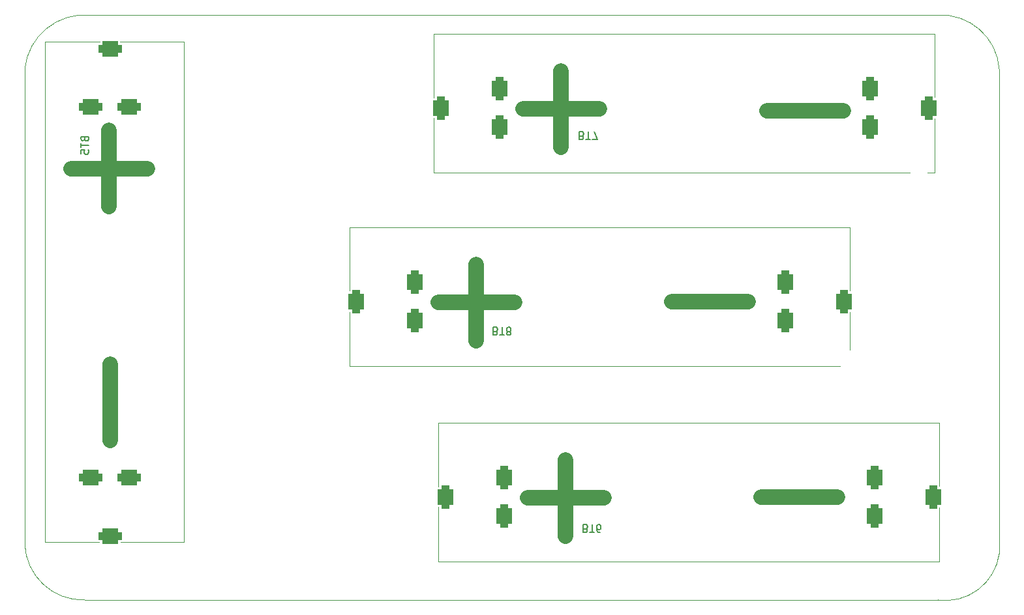
<source format=gbr>
%TF.GenerationSoftware,KiCad,Pcbnew,(6.0.7)*%
%TF.CreationDate,2022-11-15T15:08:32+02:00*%
%TF.ProjectId,Cell_Holder_Board,43656c6c-5f48-46f6-9c64-65725f426f61,rev?*%
%TF.SameCoordinates,Original*%
%TF.FileFunction,Legend,Bot*%
%TF.FilePolarity,Positive*%
%FSLAX46Y46*%
G04 Gerber Fmt 4.6, Leading zero omitted, Abs format (unit mm)*
G04 Created by KiCad (PCBNEW (6.0.7)) date 2022-11-15 15:08:32*
%MOMM*%
%LPD*%
G01*
G04 APERTURE LIST*
G04 Aperture macros list*
%AMRoundRect*
0 Rectangle with rounded corners*
0 $1 Rounding radius*
0 $2 $3 $4 $5 $6 $7 $8 $9 X,Y pos of 4 corners*
0 Add a 4 corners polygon primitive as box body*
4,1,4,$2,$3,$4,$5,$6,$7,$8,$9,$2,$3,0*
0 Add four circle primitives for the rounded corners*
1,1,$1+$1,$2,$3*
1,1,$1+$1,$4,$5*
1,1,$1+$1,$6,$7*
1,1,$1+$1,$8,$9*
0 Add four rect primitives between the rounded corners*
20,1,$1+$1,$2,$3,$4,$5,0*
20,1,$1+$1,$4,$5,$6,$7,0*
20,1,$1+$1,$6,$7,$8,$9,0*
20,1,$1+$1,$8,$9,$2,$3,0*%
G04 Aperture macros list end*
%TA.AperFunction,Profile*%
%ADD10C,0.100000*%
%TD*%
%ADD11C,0.150000*%
%ADD12C,2.000000*%
%ADD13C,0.120000*%
%ADD14C,5.700000*%
%ADD15C,3.600000*%
%ADD16R,1.700000X1.700000*%
%ADD17O,1.700000X1.700000*%
%ADD18R,1.980000X3.960000*%
%ADD19O,1.980000X3.960000*%
%ADD20R,3.960000X1.980000*%
%ADD21O,3.960000X1.980000*%
%ADD22C,2.450000*%
%ADD23RoundRect,0.500000X1.000000X0.500000X-1.000000X0.500000X-1.000000X-0.500000X1.000000X-0.500000X0*%
%ADD24RoundRect,0.500000X-1.000000X-0.500000X1.000000X-0.500000X1.000000X0.500000X-1.000000X0.500000X0*%
%ADD25RoundRect,0.500000X-0.500000X1.000000X-0.500000X-1.000000X0.500000X-1.000000X0.500000X1.000000X0*%
%ADD26RoundRect,0.500000X0.500000X-1.000000X0.500000X1.000000X-0.500000X1.000000X-0.500000X-1.000000X0*%
G04 APERTURE END LIST*
D10*
X157658800Y-34927400D02*
X47658800Y-34927400D01*
X165658800Y-104927400D02*
X165658800Y-41927400D01*
X157658800Y-110927402D02*
G75*
G03*
X165658800Y-104927400I1010310J6986252D01*
G01*
X39158800Y-41927400D02*
X39158800Y-103677400D01*
X165658813Y-41927399D02*
G75*
G03*
X157658800Y-34927400I-7530713J-535101D01*
G01*
X39158800Y-103677400D02*
G75*
G03*
X46908800Y-110927400I7563800J318200D01*
G01*
X46908800Y-110927400D02*
X157658800Y-110927400D01*
X47658801Y-34927391D02*
G75*
G03*
X39158800Y-41927400I-731661J-7772269D01*
G01*
D11*
%TO.C,BT5*%
X46918571Y-51030285D02*
X46966190Y-51173142D01*
X47013809Y-51220761D01*
X47109047Y-51268380D01*
X47251904Y-51268380D01*
X47347142Y-51220761D01*
X47394761Y-51173142D01*
X47442380Y-51077904D01*
X47442380Y-50696952D01*
X46442380Y-50696952D01*
X46442380Y-51030285D01*
X46490000Y-51125523D01*
X46537619Y-51173142D01*
X46632857Y-51220761D01*
X46728095Y-51220761D01*
X46823333Y-51173142D01*
X46870952Y-51125523D01*
X46918571Y-51030285D01*
X46918571Y-50696952D01*
X46442380Y-51554095D02*
X46442380Y-52125523D01*
X47442380Y-51839809D02*
X46442380Y-51839809D01*
X46442380Y-52935047D02*
X46442380Y-52458857D01*
X46918571Y-52411238D01*
X46870952Y-52458857D01*
X46823333Y-52554095D01*
X46823333Y-52792190D01*
X46870952Y-52887428D01*
X46918571Y-52935047D01*
X47013809Y-52982666D01*
X47251904Y-52982666D01*
X47347142Y-52935047D01*
X47394761Y-52887428D01*
X47442380Y-52792190D01*
X47442380Y-52554095D01*
X47394761Y-52458857D01*
X47347142Y-52411238D01*
D12*
X50212971Y-80277319D02*
X50212971Y-90182080D01*
X50085971Y-49924319D02*
X50085971Y-59829080D01*
X55038352Y-54876699D02*
X45133590Y-54876699D01*
D11*
%TO.C,BT6*%
X111990285Y-101671428D02*
X112133142Y-101623809D01*
X112180761Y-101576190D01*
X112228380Y-101480952D01*
X112228380Y-101338095D01*
X112180761Y-101242857D01*
X112133142Y-101195238D01*
X112037904Y-101147619D01*
X111656952Y-101147619D01*
X111656952Y-102147619D01*
X111990285Y-102147619D01*
X112085523Y-102100000D01*
X112133142Y-102052380D01*
X112180761Y-101957142D01*
X112180761Y-101861904D01*
X112133142Y-101766666D01*
X112085523Y-101719047D01*
X111990285Y-101671428D01*
X111656952Y-101671428D01*
X112514095Y-102147619D02*
X113085523Y-102147619D01*
X112799809Y-101147619D02*
X112799809Y-102147619D01*
X113847428Y-102147619D02*
X113656952Y-102147619D01*
X113561714Y-102100000D01*
X113514095Y-102052380D01*
X113418857Y-101909523D01*
X113371238Y-101719047D01*
X113371238Y-101338095D01*
X113418857Y-101242857D01*
X113466476Y-101195238D01*
X113561714Y-101147619D01*
X113752190Y-101147619D01*
X113847428Y-101195238D01*
X113895047Y-101242857D01*
X113942666Y-101338095D01*
X113942666Y-101576190D01*
X113895047Y-101671428D01*
X113847428Y-101719047D01*
X113752190Y-101766666D01*
X113561714Y-101766666D01*
X113466476Y-101719047D01*
X113418857Y-101671428D01*
X113371238Y-101576190D01*
D12*
X134760319Y-97538828D02*
X144665080Y-97538828D01*
X104407319Y-97665828D02*
X114312080Y-97665828D01*
X109359700Y-92713447D02*
X109359700Y-102618209D01*
D11*
%TO.C,BT8*%
X100306285Y-76017428D02*
X100449142Y-75969809D01*
X100496761Y-75922190D01*
X100544380Y-75826952D01*
X100544380Y-75684095D01*
X100496761Y-75588857D01*
X100449142Y-75541238D01*
X100353904Y-75493619D01*
X99972952Y-75493619D01*
X99972952Y-76493619D01*
X100306285Y-76493619D01*
X100401523Y-76446000D01*
X100449142Y-76398380D01*
X100496761Y-76303142D01*
X100496761Y-76207904D01*
X100449142Y-76112666D01*
X100401523Y-76065047D01*
X100306285Y-76017428D01*
X99972952Y-76017428D01*
X100830095Y-76493619D02*
X101401523Y-76493619D01*
X101115809Y-75493619D02*
X101115809Y-76493619D01*
X101877714Y-76065047D02*
X101782476Y-76112666D01*
X101734857Y-76160285D01*
X101687238Y-76255523D01*
X101687238Y-76303142D01*
X101734857Y-76398380D01*
X101782476Y-76446000D01*
X101877714Y-76493619D01*
X102068190Y-76493619D01*
X102163428Y-76446000D01*
X102211047Y-76398380D01*
X102258666Y-76303142D01*
X102258666Y-76255523D01*
X102211047Y-76160285D01*
X102163428Y-76112666D01*
X102068190Y-76065047D01*
X101877714Y-76065047D01*
X101782476Y-76017428D01*
X101734857Y-75969809D01*
X101687238Y-75874571D01*
X101687238Y-75684095D01*
X101734857Y-75588857D01*
X101782476Y-75541238D01*
X101877714Y-75493619D01*
X102068190Y-75493619D01*
X102163428Y-75541238D01*
X102211047Y-75588857D01*
X102258666Y-75684095D01*
X102258666Y-75874571D01*
X102211047Y-75969809D01*
X102163428Y-76017428D01*
X102068190Y-76065047D01*
D12*
X92837619Y-72248828D02*
X102742380Y-72248828D01*
X97790000Y-67296447D02*
X97790000Y-77201209D01*
X123190619Y-72121828D02*
X133095380Y-72121828D01*
D11*
%TO.C,BT7*%
X111482285Y-50617428D02*
X111625142Y-50569809D01*
X111672761Y-50522190D01*
X111720380Y-50426952D01*
X111720380Y-50284095D01*
X111672761Y-50188857D01*
X111625142Y-50141238D01*
X111529904Y-50093619D01*
X111148952Y-50093619D01*
X111148952Y-51093619D01*
X111482285Y-51093619D01*
X111577523Y-51046000D01*
X111625142Y-50998380D01*
X111672761Y-50903142D01*
X111672761Y-50807904D01*
X111625142Y-50712666D01*
X111577523Y-50665047D01*
X111482285Y-50617428D01*
X111148952Y-50617428D01*
X112006095Y-51093619D02*
X112577523Y-51093619D01*
X112291809Y-50093619D02*
X112291809Y-51093619D01*
X112815619Y-51093619D02*
X113482285Y-51093619D01*
X113053714Y-50093619D01*
D12*
X103810419Y-47102828D02*
X113715180Y-47102828D01*
X108762800Y-42150447D02*
X108762800Y-52055209D01*
X135509619Y-47331428D02*
X145414380Y-47331428D01*
D13*
%TO.C,BT5*%
X41825400Y-38378700D02*
X59825400Y-38378700D01*
X59825400Y-38378700D02*
X59825400Y-103378700D01*
X59825400Y-103378700D02*
X41825400Y-103378700D01*
X41825400Y-103378700D02*
X41825400Y-38378700D01*
%TO.C,BT6*%
X92861700Y-105926400D02*
X157861700Y-105926400D01*
X157861700Y-105926400D02*
X157861700Y-87926400D01*
X157861700Y-87926400D02*
X92861700Y-87926400D01*
X92861700Y-87926400D02*
X92861700Y-105926400D01*
%TO.C,BT8*%
X81292000Y-80509400D02*
X146292000Y-80509400D01*
X146292000Y-80509400D02*
X146292000Y-62509400D01*
X146292000Y-62509400D02*
X81292000Y-62509400D01*
X81292000Y-62509400D02*
X81292000Y-80509400D01*
%TO.C,BT7*%
X92264800Y-55363400D02*
X157264800Y-55363400D01*
X157264800Y-55363400D02*
X157264800Y-37363400D01*
X157264800Y-37363400D02*
X92264800Y-37363400D01*
X92264800Y-37363400D02*
X92264800Y-55363400D01*
%TD*%
%LPC*%
D14*
%TO.C,H6*%
X47658800Y-72927400D03*
D15*
X47658800Y-72927400D03*
%TD*%
D16*
%TO.C,JP1*%
X62712600Y-38989000D03*
D17*
X62712600Y-41529000D03*
X62712600Y-44069000D03*
%TD*%
D14*
%TO.C,H5*%
X72658800Y-42927400D03*
D15*
X72658800Y-42927400D03*
%TD*%
%TO.C,H2*%
X132658800Y-102927400D03*
D14*
X132658800Y-102927400D03*
%TD*%
D16*
%TO.C,J1*%
X67893800Y-61691200D03*
D17*
X67893800Y-64231200D03*
%TD*%
D18*
%TO.C,J2*%
X61772800Y-91236800D03*
D19*
X66772800Y-91236800D03*
X71772800Y-91236800D03*
%TD*%
D14*
%TO.C,H1*%
X72658800Y-102927400D03*
D15*
X72658800Y-102927400D03*
%TD*%
D14*
%TO.C,H3*%
X157658800Y-72927400D03*
D15*
X157658800Y-72927400D03*
%TD*%
D20*
%TO.C,J3*%
X68656200Y-56311800D03*
D21*
X68656200Y-51311800D03*
%TD*%
D14*
%TO.C,H4*%
X132658800Y-42927400D03*
D15*
X132658800Y-42927400D03*
%TD*%
D22*
%TO.C,BT3*%
X155829600Y-103539200D03*
%TD*%
%TO.C,BT1*%
X155220000Y-54923600D03*
%TD*%
%TO.C,BT2*%
X145847400Y-79612400D03*
%TD*%
D23*
%TO.C,BT5*%
X47713400Y-46875700D03*
X50213400Y-39275700D03*
X52713400Y-46875700D03*
D24*
X50213400Y-102608700D03*
X47713400Y-95008700D03*
X52713400Y-95008700D03*
%TD*%
D25*
%TO.C,BT6*%
X93758700Y-97538400D03*
X101358700Y-100038400D03*
X101358700Y-95038400D03*
D26*
X149491700Y-95038400D03*
X157091700Y-97538400D03*
X149491700Y-100038400D03*
%TD*%
D25*
%TO.C,BT8*%
X89789000Y-69621400D03*
X89789000Y-74621400D03*
X82189000Y-72121400D03*
D26*
X137922000Y-69621400D03*
X145522000Y-72121400D03*
X137922000Y-74621400D03*
%TD*%
D25*
%TO.C,BT7*%
X100761800Y-44475400D03*
X100761800Y-49475400D03*
X93161800Y-46975400D03*
D26*
X148894800Y-44475400D03*
X148894800Y-49475400D03*
X156494800Y-46975400D03*
%TD*%
M02*

</source>
